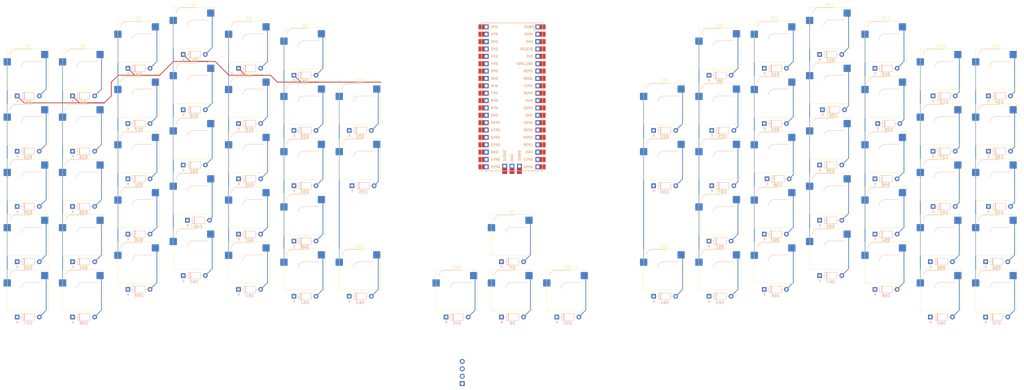
<source format=kicad_pcb>
(kicad_pcb (version 20221018) (generator pcbnew)
  (layers (0 "F.Cu" signal) (31 "B.Cu" signal) (34 "B.Paste" user) (35 "F.Paste" user) (36 "B.SilkS" user "B.Silkscreen") (37 "F.SilkS" user "F.Silkscreen") (38 "B.Mask" user) (39 "F.Mask" user) (44 "Edge.Cuts" user))
  (net 0 "")
  (net 1 "Row 0")
  (net 2 "Net-(D1-A)")
  (net 3 "Net-(D2-A)")
  (net 4 "Net-(D3-A)")
  (net 5 "Net-(D4-A)")
  (net 6 "Net-(D5-A)")
  (net 7 "Net-(D6-A)")
  (net 8 "Net-(D7-A)")
  (net 9 "Net-(D8-A)")
  (net 10 "Net-(D9-A)")
  (net 11 "Net-(D10-A)")
  (net 12 "Net-(D11-A)")
  (net 13 "Net-(D12-A)")
  (net 14 "Net-(D13-A)")
  (net 15 "Net-(D14-A)")
  (net 16 "Row 1")
  (net 17 "Net-(D15-A)")
  (net 18 "Net-(D16-A)")
  (net 19 "Net-(D17-A)")
  (net 20 "Net-(D18-A)")
  (net 21 "Net-(D19-A)")
  (net 22 "Net-(D20-A)")
  (net 23 "Net-(D21-A)")
  (net 24 "Net-(D22-A)")
  (net 25 "Net-(D23-A)")
  (net 26 "Net-(D24-A)")
  (net 27 "Net-(D25-A)")
  (net 28 "Net-(D26-A)")
  (net 29 "Net-(D27-A)")
  (net 30 "Net-(D28-A)")
  (net 31 "Row 2")
  (net 32 "Net-(D29-A)")
  (net 33 "Net-(D30-A)")
  (net 34 "Net-(D31-A)")
  (net 35 "Net-(D32-A)")
  (net 36 "Net-(D33-A)")
  (net 37 "Net-(D34-A)")
  (net 38 "Net-(D35-A)")
  (net 39 "Net-(D36-A)")
  (net 40 "Net-(D37-A)")
  (net 41 "Net-(D38-A)")
  (net 42 "Net-(D39-A)")
  (net 43 "Net-(D40-A)")
  (net 44 "Net-(D41-A)")
  (net 45 "Net-(D42-A)")
  (net 46 "Row 3")
  (net 47 "Net-(D43-A)")
  (net 48 "Net-(D44-A)")
  (net 49 "Net-(D45-A)")
  (net 50 "Net-(D46-A)")
  (net 51 "Net-(D47-A)")
  (net 52 "Net-(D48-A)")
  (net 53 "Net-(D49-A)")
  (net 54 "Net-(D50-A)")
  (net 55 "Net-(D51-A)")
  (net 56 "Net-(D52-A)")
  (net 57 "Net-(D53-A)")
  (net 58 "Net-(D54-A)")
  (net 59 "Net-(D55-A)")
  (net 60 "Net-(D56-A)")
  (net 61 "Row 4")
  (net 62 "Net-(D57-A)")
  (net 63 "Net-(D58-A)")
  (net 64 "Net-(D59-A)")
  (net 65 "Net-(D60-A)")
  (net 66 "Net-(D61-A)")
  (net 67 "Net-(D62-A)")
  (net 68 "Net-(D63-A)")
  (net 69 "Net-(D64-A)")
  (net 70 "Net-(D65-A)")
  (net 71 "Net-(D66-A)")
  (net 72 "Net-(D67-A)")
  (net 73 "Net-(D68-A)")
  (net 74 "Net-(D69-A)")
  (net 75 "Net-(D70-A)")
  (net 76 "GND")
  (net 77 "VCC")
  (net 78 "SCL")
  (net 79 "SDA")
  (net 80 "Column 0")
  (net 81 "Column 1")
  (net 82 "Column 2")
  (net 83 "Column 3")
  (net 84 "Column 4")
  (net 85 "Column 5")
  (net 86 "Column 6")
  (net 87 "Column 7")
  (net 88 "Column 8")
  (net 89 "Column 9")
  (net 90 "Column 10")
  (net 91 "Column 11")
  (net 92 "Column 12")
  (net 93 "Column 13")
  (footprint "ScottoKeebs_Hotswap:Hotswap_MX_1.00u" (layer "F.Cu") (at 16.83425 79.55625)
    (fp_text reference "S16")
    (fp_text value "Switch")
  )
  (footprint "ScottoKeebs_Hotswap:Hotswap_MX_1.00u" (layer "F.Cu") (at 331.15925 136.70625)
    (fp_text reference "S70")
    (fp_text value "Switch")
  )
  (footprint "ScottoKeebs_Hotswap:Hotswap_MX_1.00u" (layer "F.Cu") (at 73.98425 108.13125)
    (fp_text reference "S47")
    (fp_text value "Switch")
  )
  (footprint "ScottoKeebs_Hotswap:Hotswap_MX_1.00u" (layer "F.Cu") (at 274.00925 46.21875)
    (fp_text reference "S11")
    (fp_text value "Switch")
  )
  (footprint "ScottoKeebs_Hotswap:Hotswap_MX_1.00u" (layer "F.Cu") (at 235.90925 53.3625)
    (fp_text reference "S9")
    (fp_text value "Switch")
  )
  (footprint "ScottoKeebs_Hotswap:Hotswap_MX_1.00u" (layer "F.Cu") (at -2.21575 98.60625)
    (fp_text reference "S29")
    (fp_text value "Switch")
  )
  (footprint "ScottoKeebs_Hotswap:Hotswap_MX_1.00u" (layer "F.Cu") (at 235.90925 110.5125)
    (fp_text reference "S51")
    (fp_text value "Switch")
  )
  (footprint "ScottoKeebs_Hotswap:Hotswap_MX_1.00u" (layer "F.Cu") (at 293.05925 70.03125)
    (fp_text reference "S26")
    (fp_text value "Switch")
  )
  (footprint "ScottoKeebs_Hotswap:Hotswap_MX_1.00u" (layer "F.Cu") (at 312.10925 98.60625)
    (fp_text reference "S41")
    (fp_text value "Switch")
  )
  (footprint "ScottoKeebs_Hotswap:Hotswap_MX_1.00u" (layer "F.Cu") (at 112.08425 72.4125)
    (fp_text reference "S21")
    (fp_text value "Switch")
  )
  (footprint "ScottoKeebs_Hotswap:Hotswap_MX_1.00u" (layer "F.Cu") (at 93.03425 91.4625)
    (fp_text reference "S34")
    (fp_text value "Switch")
  )
  (footprint "ScottoKeebs_Hotswap:Hotswap_MX_1.00u" (layer "F.Cu") (at 216.85925 91.4625)
    (fp_text reference "S36")
    (fp_text value "Switch")
  )
  (footprint "ScottoKeebs_Hotswap:Hotswap_MX_1.00u" (layer "F.Cu") (at 145.42175 136.70625)
    (fp_text reference "S49")
    (fp_text value "Switch")
  )
  (footprint "ScottoKeebs_Hotswap:Hotswap_MX_1.00u" (layer "F.Cu") (at 331.15925 117.65625)
    (fp_text reference "S56")
    (fp_text value "Switch")
  )
  (footprint "ScottoKeebs_Hotswap:Hotswap_MX_1.00u" (layer "F.Cu") (at 35.88425 89.08125)
    (fp_text reference "S31")
    (fp_text value "Switch")
  )
  (footprint "ScottoKeebs_Hotswap:Hotswap_MX_1.00u" (layer "F.Cu") (at 54.93425 65.26875)
    (fp_text reference "S18")
    (fp_text value "Switch")
  )
  (footprint "ScottoKeebs_Hotswap:Hotswap_MX_1.00u" (layer "F.Cu") (at 254.95925 50.98125)
    (fp_text reference "S10")
    (fp_text value "Switch")
  )
  (footprint "ScottoKeebs_Hotswap:Hotswap_MX_1.00u" (layer "F.Cu") (at 112.08425 129.5625)
    (fp_text reference "S63")
    (fp_text value "Switch")
  )
  (footprint "ScottoKeebs_Hotswap:Hotswap_MX_1.00u" (layer "F.Cu") (at 183.52175 136.70625)
    (fp_text reference "S50")
    (fp_text value "Switch")
  )
  (footprint "ScottoKeebs_Hotswap:Hotswap_MX_1.00u" (layer "F.Cu") (at 254.95925 127.18125)
    (fp_text reference "S66")
    (fp_text value "Switch")
  )
  (footprint "ScottoKeebs_Hotswap:Hotswap_MX_1.00u" (layer "F.Cu") (at 293.05925 108.13125)
    (fp_text reference "S54")
    (fp_text value "Switch")
  )
  (footprint "ScottoKeebs_Hotswap:Hotswap_MX_1.00u" (layer "F.Cu") (at 93.03425 72.4125)
    (fp_text reference "S20")
    (fp_text value "Switch")
  )
  (footprint "ScottoKeebs_Components:OLED_128x32" (layer "F.Cu") (at 145.7255 159.05875)
    (fp_text reference "J1" hide)
    (fp_text value "OLED_128x32")
  )
  (footprint "ScottoKeebs_Hotswap:Hotswap_MX_1.00u" (layer "F.Cu") (at 93.03425 53.3625)
    (fp_text reference "S6")
    (fp_text value "Switch")
  )
  (footprint "ScottoKeebs_Hotswap:Hotswap_MX_1.00u" (layer "F.Cu") (at 235.90925 91.4625)
    (fp_text reference "S37")
    (fp_text value "Switch")
  )
  (footprint "ScottoKeebs_Hotswap:Hotswap_MX_1.00u" (layer "F.Cu") (at 35.88425 108.13125)
    (fp_text reference "S45")
    (fp_text value "Switch")
  )
  (footprint "ScottoKeebs_Hotswap:Hotswap_MX_1.00u" (layer "F.Cu") (at 54.93425 122.41875)
    (fp_text reference "S60")
    (fp_text value "Switch")
  )
  (footprint "ScottoKeebs_Hotswap:Hotswap_MX_1.00u" (layer "F.Cu") (at 93.03425 110.5125)
    (fp_text reference "S48")
    (fp_text value "Switch")
  )
  (footprint "ScottoKeebs_Hotswap:Hotswap_MX_1.00u" (layer "F.Cu") (at -2.21575 60.50625)
    (fp_text reference "S1")
    (fp_text value "Switch")
  )
  (footprint "ScottoKeebs_Hotswap:Hotswap_MX_1.00u" (layer "F.Cu") (at 274.00925 65.26875)
    (fp_text reference "S25")
    (fp_text value "Switch")
  )
  (footprint "ScottoKeebs_Hotswap:Hotswap_MX_1.00u" (layer "F.Cu") (at 16.83425 98.60625)
    (fp_text reference "S30")
    (fp_text value "Switch")
  )
  (footprint "ScottoKeebs_Hotswap:Hotswap_MX_1.00u" (layer "F.Cu") (at 254.95925 70.03125)
    (fp_text reference "S24")
    (fp_text value "Switch")
  )
  (footprint "ScottoKeebs_Hotswap:Hotswap_MX_1.00u" (layer "F.Cu") (at 274.00925 103.36875)
    (fp_text reference "S53")
    (fp_text value "Switch")
  )
  (footprint "ScottoKeebs_Hotswap:Hotswap_MX_1.00u" (layer "F.Cu") (at 164.47175 136.70625)
    (fp_text reference "S8")
    (fp_text value "Switch")
  )
  (footprint "ScottoKeebs_Hotswap:Hotswap_MX_1.00u" (layer "F.Cu") (at 312.10925 136.70625)
    (fp_text reference "S69")
    (fp_text value "Switch")
  )
  (footprint "ScottoKeebs_Hotswap:Hotswap_MX_1.00u" (layer "F.Cu") (at 112.08425 91.4625)
    (fp_text reference "S35")
    (fp_text value "Switch")
  )
  (footprint "ScottoKeebs_Hotswap:Hotswap_MX_1.00u" (layer "F.Cu") (at 274.00925 122.41875)
    (fp_text reference "S67")
    (fp_text value "Switch")
  )
  (footprint "ScottoKeebs_Hotswap:Hotswap_MX_1.00u" (layer "F.Cu") (at 73.98425 50.98125)
    (fp_text reference "S5")
    (fp_text value "Switch")
  )
  (footprint "ScottoKeebs_Hotswap:Hotswap_MX_1.00u" (layer "F.Cu") (at 293.05925 89.08125)
    (fp_text reference "S40")
    (fp_text value "Switch")
  )
  (footprint "ScottoKeebs_Hotswap:Hotswap_MX_1.00u" (layer "F.Cu") (at 254.95925 108.13125)
    (fp_text reference "S52")
    (fp_text value "Switch")
  )
  (footprint "ScottoKeebs_Hotswap:Hotswap_MX_1.00u" (layer "F.Cu") (at 73.98425 89.08125)
    (fp_text reference "S33")
    (fp_text value "Switch")
  )
  (footprint "ScottoKeebs_Hotswap:Hotswap_MX_1.00u" (layer "F.Cu") (at 216.85925 129.5625)
    (fp_text reference "S64")
    (fp_text value "Switch")
  )
  (footprint "ScottoKeebs_Hotswap:Hotswap_MX_1.00u" (layer "F.Cu") (at 293.05925 127.18125)
    (fp_text reference "S68")
    (fp_text value "Switch")
  )
  (footprint "ScottoKeebs_Hotswap:Hotswap_MX_1.00u" (layer "F.Cu") (at 331.15925 98.60625)
    (fp_text reference "S42")
    (fp_text value "Switch")
  )
  (footprint "ScottoKeebs_Hotswap:Hotswap_MX_1.00u" (layer "F.Cu") (at 254.95925 89.08125)
    (fp_text reference "S38")
    (fp_text value "Switch")
  )
  (footprint "ScottoKeebs_Hotswap:Hotswap_MX_1.00u" (layer "F.Cu") (at 73.98425 127.18125)
    (fp_text reference "S61")
    (fp_text value "Switch")
  )
  (footprint "ScottoKeebs_Hotswap:Hotswap_MX_1.00u" (layer "F.Cu") (at 35.88425 127.18125)
    (fp_text reference "S59")
    (fp_text value "Switch")
  )
  (footprint "ScottoKeebs_Hotswap:Hotswap_MX_1.00u" (layer "F.Cu") (at 235.90925 72.4125)
    (fp_text reference "S23")
    (fp_text value "Switch")
  )
  (footprint "ScottoKeebs_Hotswap:Hotswap_MX_1.00u" (layer "F.Cu") (at 16.83425 117.65625)
    (fp_text reference "S44")
    (fp_text value "Switch")
  )
  (footprint "ScottoKeebs_Hotswap:Hotswap_MX_1.00u" (layer "F.Cu") (at 16.83425 60.50625)
    (fp_text reference "S2")
    (fp_text value "Switch")
  )
  (footprint "ScottoKeebs_Hotswap:Hotswap_MX_1.00u" (layer "F.Cu") (at 54.93425 103.36875)
    (fp_text reference "S46")
    (fp_text value "Switch")
  )
  (footprint "ScottoKeebs_Hotswap:Hotswap_MX_1.00u" (layer "F.Cu") (at 73.98425 70.03125)
    (fp_text reference "S19")
    (fp_text value "Switch")
  )
  (footprint "ScottoKeebs_Hotswap:Hotswap_MX_1.00u" (layer "F.Cu") (at 216.85925 72.4125)
    (fp_text reference "S22")
    (fp_text value "Switch")
  )
  (footprint "ScottoKeebs_MCU:Raspberry_Pi_Pico" (layer "F.Cu") (at 164.47175 70.03125)
    (fp_text reference "U1" hide)
    (fp_text value "Raspberry_Pi_Pico" hide)
  )
  (footprint "ScottoKeebs_Hotswap:Hotswap_MX_1.00u" (layer "F.Cu") (at 164.47175 117.65625)
    (fp_text reference "S7")
    (fp_text value "Switch")
  )
  (footprint "ScottoKeebs_Hotswap:Hotswap_MX_1.00u" (layer "F.Cu") (at 331.15925 79.55625)
    (fp_text reference "S28")
    (fp_text value "Switch")
  )
  (footprint "ScottoKeebs_Hotswap:Hotswap_MX_1.00u" (layer "F.Cu") (at 54.93425 84.31875)
    (fp_text reference "S32")
    (fp_text value "Switch")
  )
  (footprint "ScottoKeebs_Hotswap:Hotswap_MX_1.00u" (layer "F.Cu") (at 93.03425 129.5625)
    (fp_text reference "S62")
    (fp_text value "Switch")
  )
  (footprint "ScottoKeebs_Hotswap:Hotswap_MX_1.00u" (layer "F.Cu") (at 293.05925 50.98125)
    (fp_text reference "S12")
    (fp_text value "Switch")
  )
  (footprint "ScottoKeebs_Hotswap:Hotswap_MX_1.00u" (layer "F.Cu") (at 235.90925 129.5625)
    (fp_text reference "S65")
    (fp_text value "Switch")
  )
  (footprint "ScottoKeebs_Hotswap:Hotswap_MX_1.00u" (layer "F.Cu") (at 54.93425 46.21875)
    (fp_text reference "S4")
    (fp_text value "Switch")
  )
  (footprint "ScottoKeebs_Hotswap:Hotswap_MX_1.00u" (layer "F.Cu") (at -2.21575 79.55625)
    (fp_text reference "S15")
    (fp_text value "Switch")
  )
  (footprint "ScottoKeebs_Hotswap:Hotswap_MX_1.00u" (layer "F.Cu") (at 35.88425 70.03125)
    (fp_text reference "S17")
    (fp_text value "Switch")
  )
  (footprint "ScottoKeebs_Hotswap:Hotswap_MX_1.00u" (layer "F.Cu") (at 312.10925 79.55625)
    (fp_text reference "S27")
    (fp_text value "Switch")
  )
  (footprint "ScottoKeebs_Hotswap:Hotswap_MX_1.00u" (layer "F.Cu") (at 274.00925 84.31875)
    (fp_text reference "S39")
    (fp_text value "Switch")
  )
  (footprint "ScottoKeebs_Hotswap:Hotswap_MX_1.00u" (layer "F.Cu") (at -2.21575 117.65625)
    (fp_text reference "S43")
    (fp_text value "Switch")
  )
  (footprint "ScottoKeebs_Hotswap:Hotswap_MX_1.00u" (layer "F.Cu") (at 312.10925 60.50625)
    (fp_text reference "S13")
    (fp_text value "Switch")
  )
  (footprint "ScottoKeebs_Hotswap:Hotswap_MX_1.00u" (layer "F.Cu") (at 16.83425 136.70625)
    (fp_text reference "S58")
    (fp_text value "Switch")
  )
  (footprint "ScottoKeebs_Hotswap:Hotswap_MX_1.00u" (layer "F.Cu") (at -2.21575 136.70625)
    (fp_text reference "S57")
    (fp_text value "Switch")
  )
  (footprint "ScottoKeebs_Hotswap:Hotswap_MX_1.00u" (layer "F.Cu") (at 331.15925 60.50625)
    (fp_text reference "S14")
    (fp_text value "Switch")
  )
  (footprint "ScottoKeebs_Hotswap:Hotswap_MX_1.00u" (layer "F.Cu") (at 35.88425 50.98125)
    (fp_text reference "S3")
    (fp_text value "Switch")
  )
  (footprint "ScottoKeebs_Hotswap:Hotswap_MX_1.00u" (layer "F.Cu") (at 312.10925 117.65625)
    (fp_text reference "S55")
    (fp_text value "Switch")
  )
  (footprint "ScottoKeebs_Components:Diode_DO-35" (layer "B.Cu") (at 51.283 74.47625)
    (fp_text reference "D18")
    (fp_text value "1N4148")
  )
  (footprint "ScottoKeebs_Components:Diode_DO-35" (layer "B.Cu") (at 232.258 138.77)
    (fp_text reference "D65")
    (fp_text value "1N4148")
  )
  (footprint "ScottoKeebs_Components:Diode_DO-35" (layer "B.Cu") (at 89.383 62.57)
    (fp_text reference "D6")
    (fp_text value "1N4148")
  )
  (footprint "ScottoKeebs_Components:Diode_DO-35" (layer "B.Cu") (at 32.233 98.28875)
    (fp_text reference "D31")
    (fp_text value "1N4148")
  )
  (footprint "ScottoKeebs_Components:Diode_DO-35" (layer "B.Cu") (at 213.208 81.62)
    (fp_text reference "D22")
    (fp_text value "1N4148")
  )
  (footprint "ScottoKeebs_Components:Diode_DO-35" (layer "B.Cu") (at 327.508 145.91375)
    (fp_text reference "D70")
    (fp_text value "1N4148")
  )
  (footprint "ScottoKeebs_Components:Diode_DO-35" (layer "B.Cu") (at 232.258 119.72)
    (fp_text reference "D51")
    (fp_text value "1N4148")
  )
  (footprint "ScottoKeebs_Components:Diode_DO-35" (layer "B.Cu") (at -5.867 145.91375)
    (fp_text reference "D57")
    (fp_text value "1N4148")
  )
  (footprint "ScottoKeebs_Components:Diode_DO-35" (layer "B.Cu") (at 251.308 79.23875)
    (fp_text reference "D24")
    (fp_text value "1N4148")
  )
  (footprint "ScottoKeebs_Components:Diode_DO-35" (layer "B.Cu") (at 13.183 107.81375)
    (fp_text reference "D30")
    (fp_text value "1N4148")
  )
  (footprint "ScottoKeebs_Components:Diode_DO-35" (layer "B.Cu") (at -5.867 69.71375)
    (fp_text reference "D1")
    (fp_text value "1N4148")
  )
  (footprint "ScottoKeebs_Components:Diode_DO-35" (layer "B.Cu") (at 233.2105 100.67)
    (fp_text reference "D37")
    (fp_text value "1N4148")
  )
  (footprint "ScottoKeebs_Components:Diode_DO-35" (layer "B.Cu") (at -5.867 126.86375)
    (fp_text reference "D43")
    (fp_text value "1N4148")
  )
  (footprint "ScottoKeebs_Components:Diode_DO-35" (layer "B.Cu") (at 271.3105 74.47625)
    (fp_text reference "D25")
    (fp_text value "1N4148")
  )
  (footprint "ScottoKeebs_Components:Diode_DO-35" (layer "B.Cu") (at 270.358 93.52625)
    (fp_text reference "D39")
    (fp_text value "1N4148")
  )
  (footprint "ScottoKeebs_Components:Diode_DO-35" (layer "B.Cu") (at 51.283 131.62625)
    (fp_text reference "D60")
    (fp_text value "1N4148")
  )
  (footprint "ScottoKeebs_Components:Diode_DO-35" (layer "B.Cu") (at 309.4105 88.76375)
    (fp_text reference "D27")
    (fp_text value "1N4148")
  )
  (footprint "ScottoKeebs_Components:Diode_DO-35" (layer "B.Cu") (at 108.433 138.77)
    (fp_text reference "D63")
    (fp_text value "1N4148")
  )
  (footprint "ScottoKeebs_Components:Diode_DO-35" (layer "B.Cu") (at 270.358 112.57625)
    (fp_text reference "D53")
    (fp_text value "1N4148")
  )
  (footprint "ScottoKeebs_Components:Diode_DO-35" (layer "B.Cu") (at 13.183 126.86375)
    (fp_text reference "D44")
    (fp_text value "1N4148")
  )
  (footprint "ScottoKeebs_Components:Diode_DO-35" (layer "B.Cu") (at 328.4605 69.71375)
    (fp_text reference "D14")
    (fp_text value "1N4148")
  )
  (footprint "ScottoKeebs_Components:Diode_DO-35" (layer "B.Cu") (at 70.333 98.28875)
    (fp_text reference "D33")
    (fp_text value "1N4148")
  )
  (footprint "ScottoKeebs_Components:Diode_DO-35" (layer "B.Cu") (at 32.233 117.33875)
    (fp_text reference "D45")
    (fp_text value "1N4148")
  )
  (footprint "ScottoKeebs_Components:Diode_DO-35" (layer "B.Cu") (at 270.358 55.42625)
    (fp_text reference "D11")
    (fp_text value "1N4148")
  )
  (footprint "ScottoKeebs_Components:Diode_DO-35" (layer "B.Cu") (at 32.233 136.38875)
    (fp_text reference "D59")
    (fp_text value "1N4148")
  )
  (footprint "ScottoKeebs_Components:Diode_DO-35" (layer "B.Cu") (at 213.208 138.77)
    (fp_text reference "D64")
    (fp_text value "1N4148")
  )
  (footprint "ScottoKeebs_Components:Diode_DO-35" (layer "B.Cu") (at 213.208 100.67)
    (fp_text reference "D36")
    (fp_text value "1N4148")
  )
  (footprint "ScottoKeebs_Components:Diode_DO-35" (layer "B.Cu") (at 13.183 69.71375)
    (fp_text reference "D2")
    (fp_text value "1N4148")
  )
  (footprint "ScottoKeebs_Components:Diode_DO-35" (layer "B.Cu") (at 233.2105 81.62)
    (fp_text reference "D23")
    (fp_text value "1N4148")
  )
  (footprint "ScottoKeebs_Components:Diode_DO-35" (layer "B.Cu") (at 309.4105 107.81375)
    (fp_text reference "D41")
    (fp_text value "1N4148")
  )
  (footprint "ScottoKeebs_Components:Diode_DO-35" (layer "B.Cu") (at 289.408 98.28875)
    (fp_text reference "D40")
    (fp_text value "1N4148")
  )
  (footprint "ScottoKeebs_Components:Diode_DO-35" (layer "B.Cu") (at 160.8205 126.86375)
    (fp_text reference "D7")
    (fp_text value "1N4148")
  )
  (footprint "ScottoKeebs_Components:Diode_DO-35" (layer "B.Cu") (at 308.458 145.91375)
    (fp_text reference "D69")
    (fp_text value "1N4148")
  )
  (footprint "ScottoKeebs_Components:Diode_DO-35" (layer "B.Cu") (at 179.8705 145.91375)
    (fp_text reference "D50")
    (fp_text value "1N4148")
  )
  (footprint "ScottoKeebs_Components:Diode_DO-35" (layer "B.Cu") (at 160.8205 145.91375)
    (fp_text reference "D8")
    (fp_text value "1N4148")
  )
  (footprint "ScottoKeebs_Components:Diode_DO-35" (layer "B.Cu") (at 70.333 60.18875)
    (fp_text reference "D5")
    (fp_text value "1N4148")
  )
  (footprint "ScottoKeebs_Components:Diode_DO-35" (layer "B.Cu") (at 51.283 55.42625)
    (fp_text reference "D4")
    (fp_text value "1N4148")
  )
  (footprint "ScottoKeebs_Components:Diode_DO-35" (layer "B.Cu") (at 309.4105 69.71375)
    (fp_text reference "D13")
    (fp_text value "1N4148")
  )
  (footprint "ScottoKeebs_Components:Diode_DO-35" (layer "B.Cu") (at 270.358 131.62625)
    (fp_text reference "D67")
    (fp_text value "1N4148")
  )
  (footprint "ScottoKeebs_Components:Diode_DO-35" (layer "B.Cu") (at 289.408 117.33875)
    (fp_text reference "D54")
    (fp_text value "1N4148")
  )
  (footprint "ScottoKeebs_Components:Diode_DO-35" (layer "B.Cu") (at 328.4605 107.81375)
    (fp_text reference "D42")
    (fp_text value "1N4148")
  )
  (footprint "ScottoKeebs_Components:Diode_DO-35" (layer "B.Cu") (at 13.183 145.91375)
    (fp_text reference "D58")
    (fp_text value "1N4148")
  )
  (footprint "ScottoKeebs_Components:Diode_DO-35" (layer "B.Cu") (at 327.508 126.86375)
    (fp_text reference "D56")
    (fp_text value "1N4148")
  )
  (footprint "ScottoKeebs_Components:Diode_DO-35" (layer "B.Cu") (at 251.308 136.38875)
    (fp_text reference "D66")
    (fp_text value "1N4148")
  )
  (footprint "ScottoKeebs_Components:Diode_DO-35" (layer "B.Cu") (at 70.333 79.23875)
    (fp_text reference "D19")
    (fp_text value "1N4148")
  )
  (footprint "ScottoKeebs_Components:Diode_DO-35" (layer "B.Cu") (at 108.433 81.62)
    (fp_text reference "D21")
    (fp_text value "1N4148")
  )
  (footprint "ScottoKeebs_Components:Diode_DO-35" (layer "B.Cu") (at 109.3855 100.67)
    (fp_text reference "D35")
    (fp_text value "1N4148")
  )
  (footprint "ScottoKeebs_Components:Diode_DO-35" (layer "B.Cu") (at 70.333 117.33875)
    (fp_text reference "D47")
    (fp_text value "1N4148")
  )
  (footprint "ScottoKeebs_Components:Diode_DO-35" (layer "B.Cu") (at 289.408 136.38875)
    (fp_text reference "D68")
    (fp_text value "1N4148")
  )
  (footprint "ScottoKeebs_Components:Diode_DO-35" (layer "B.Cu") (at 70.333 136.38875)
    (fp_text reference "D61")
    (fp_text value "1N4148")
  )
  (footprint "ScottoKeebs_Components:Diode_DO-35" (layer "B.Cu") (at 290.3605 79.23875)
    (fp_text reference "D26")
    (fp_text value "1N4148")
  )
  (footprint "ScottoKeebs_Components:Diode_DO-35" (layer "B.Cu") (at 32.233 79.23875)
    (fp_text reference "D17")
    (fp_text value "1N4148")
  )
  (footprint "ScottoKeebs_Components:Diode_DO-35" (layer "B.Cu") (at 89.383 100.67)
    (fp_text reference "D34")
    (fp_text value "1N4148")
  )
  (footprint "ScottoKeebs_Components:Diode_DO-35" (layer "B.Cu") (at 51.283 93.52625)
    (fp_text reference "D32")
    (fp_text value "1N4148")
  )
  (footprint "ScottoKeebs_Components:Diode_DO-35" (layer "B.Cu") (at 89.383 119.72)
    (fp_text reference "D48")
    (fp_text value "1N4148")
  )
  (footprint "ScottoKeebs_Components:Diode_DO-35" (layer "B.Cu") (at 89.383 138.77)
    (fp_text reference "D62")
    (fp_text value "1N4148")
  )
  (footprint "ScottoKeebs_Components:Diode_DO-35" (layer "B.Cu") (at 289.408 60.18875)
    (fp_text reference "D12")
    (fp_text value "1N4148")
  )
  (footprint "ScottoKeebs_Components:Diode_DO-35" (layer "B.Cu") (at 32.233 60.18875)
    (fp_text reference "D3")
    (fp_text value "1N4148")
  )
  (footprint "ScottoKeebs_Components:Diode_DO-35" (layer "B.Cu") (at 52.71175 112.57625)
    (fp_text reference "D46")
    (fp_text value "1N4148")
  )
  (footprint "ScottoKeebs_Components:Diode_DO-35" (layer "B.Cu") (at 141.7705 145.91375)
    (fp_text reference "D49")
    (fp_text value "1N4148")
  )
  (footprint "ScottoKeebs_Components:Diode_DO-35" (layer "B.Cu") (at -5.867 88.76375)
    (fp_text reference "D15")
    (fp_text value "1N4148")
  )
  (footprint "ScottoKeebs_Components:Diode_DO-35" (layer "B.Cu") (at 252.2605 98.28875)
    (fp_text reference "D38")
    (fp_text value "1N4148")
  )
  (footprint "ScottoKeebs_Components:Diode_DO-35" (layer "B.Cu") (at 232.258 62.57)
    (fp_text reference "D9")
    (fp_text value "1N4148")
  )
  (footprint "ScottoKeebs_Components:Diode_DO-35" (layer "B.Cu") (at 251.308 60.18875)
    (fp_text reference "D10")
    (fp_text value "1N4148")
  )
  (footprint "ScottoKeebs_Components:Diode_DO-35" (layer "B.Cu") (at 13.183 88.76375)
    (fp_text reference "D16")
    (fp_text value "1N4148")
  )
  (footprint "ScottoKeebs_Components:Diode_DO-35" (layer "B.Cu") (at 89.383 81.62)
    (fp_text reference "D20")
    (fp_text value "1N4148")
  )
  (footprint "ScottoKeebs_Components:Diode_DO-35" (layer "B.Cu") (at 308.458 126.86375)
    (fp_text reference "D55")
    (fp_text value "1N4148")
  )
  (footprint "ScottoKeebs_Components:Diode_DO-35" (layer "B.Cu") (at 328.4605 88.76375)
    (fp_text reference "D28")
    (fp_text value "1N4148")
  )
  (footprint "ScottoKeebs_Components:Diode_DO-35" (layer "B.Cu") (at 251.308 117.33875)
    (fp_text reference "D52")
    (fp_text value "1N4148")
  )
  (footprint "ScottoKeebs_Components:Diode_DO-35" (layer "B.Cu") (at -5.867 107.81375)
    (fp_text reference "D29")
    (fp_text value "1N4148")
  )
  (segment (start 51.283 55.42625) (end 53.66425 57.8075) (width 0.25) (layer "F.Cu") (net 1))
  (segment (start 59.8555 57.8075) (end 62.23675 57.8075) (width 0.25) (layer "F.Cu") (net 1))
  (segment (start 78.9055 62.57) (end 81.28675 62.57) (width 0.25) (layer "F.Cu") (net 1))
  (segment (start 89.383 62.57) (end 91.76425 64.95125) (width 0.25) (layer "F.Cu") (net 1))
  (segment (start 47.94925 57.8075) (end 59.8555 57.8075) (width 0.25) (layer "F.Cu") (net 1))
  (segment (start 32.233 60.18875) (end 34.61425 62.57) (width 0.25) (layer "F.Cu") (net 1))
  (segment (start 97.9555 64.95125) (end 119.38675 64.95125) (width 0.25) (layer "F.Cu") (net 1))
  (segment (start 53.66425 57.8075) (end 59.8555 57.8075) (width 0.25) (layer "F.Cu") (net 1))
  (segment (start 70.333 60.18875) (end 72.71425 62.57) (width 0.25) (layer "F.Cu") (net 1))
  (segment (start 43.18675 62.57) (end 47.94925 57.8075) (width 0.25) (layer "F.Cu") (net 1))
  (segment (start 34.61425 62.57) (end 43.18675 62.57) (width 0.25) (layer "F.Cu") (net 1))
  (segment (start 72.71425 62.57) (end 78.9055 62.57) (width 0.25) (layer "F.Cu") (net 1))
  (segment (start 26.518 64.95125) (end 28.89925 62.57) (width 0.25) (layer "F.Cu") (net 1))
  (segment (start 26.518 69.71375) (end 26.518 64.95125) (width 0.25) (layer "F.Cu") (net 1))
  (segment (start 15.56425 72.095) (end 24.13675 72.095) (width 0.25) (layer "F.Cu") (net 1))
  (segment (start 62.23675 57.8075) (end 66.99925 62.57) (width 0.25) (layer "F.Cu") (net 1))
  (segment (start 81.28675 62.57) (end 83.668 64.95125) (width 0.25) (layer "F.Cu") (net 1))
  (segment (start 13.183 69.71375) (end 15.56425 72.095) (width 0.25) (layer "F.Cu") (net 1))
  (segment (start 24.13675 72.095) (end 26.518 69.71375) (width 0.25) (layer "F.Cu") (net 1))
  (segment (start 83.668 64.95125) (end 97.9555 64.95125) (width 0.25) (layer "F.Cu") (net 1))
  (segment (start -3.48575 72.095) (end 24.13675 72.095) (width 0.25) (layer "F.Cu") (net 1))
  (segment (start 66.99925 62.57) (end 78.9055 62.57) (width 0.25) (layer "F.Cu") (net 1))
  (segment (start 91.76425 64.95125) (end 97.9555 64.95125) (width 0.25) (layer "F.Cu") (net 1))
  (segment (start -5.867 69.71375) (end -3.48575 72.095) (width 0.25) (layer "F.Cu") (net 1))
  (segment (start 28.89925 62.57) (end 43.18675 62.57) (width 0.25) (layer "F.Cu") (net 1))
  (segment (start 3.62625 55.42625) (end 4.11425 55.91425) (width 0.25) (layer "B.Cu") (net 2))
  (segment (start 4.11425 55.91425) (end 4.11425 67.3525) (width 0.25) (layer "B.Cu") (net 2))
  (segment (start 4.11425 67.3525) (end 1.753 69.71375) (width 0.25) (layer "B.Cu") (net 2))
  (segment (start 23.16425 55.91425) (end 23.16425 67.3525) (width 0.25) (layer "B.Cu") (net 3))
  (segment (start 23.16425 67.3525) (end 20.803 69.71375) (width 0.25) (layer "B.Cu") (net 3))
  (segment (start 22.67625 55.42625) (end 23.16425 55.91425) (width 0.25) (layer "B.Cu") (net 3))
  (segment (start 42.21425 57.8275) (end 39.853 60.18875) (width 0.25) (layer "B.Cu") (net 4))
  (segment (start 41.72625 45.90125) (end 42.21425 46.38925) (width 0.25) (layer "B.Cu") (net 4))
  (segment (start 42.21425 46.38925) (end 42.21425 57.8275) (width 0.25) (layer "B.Cu") (net 4))
  (segment (start 61.26425 41.62675) (end 61.26425 53.065) (width 0.25) (layer "B.Cu") (net 5))
  (segment (start 61.26425 53.065) (end 58.903 55.42625) (width 0.25) (layer "B.Cu") (net 5))
  (segment (start 60.77625 41.13875) (end 61.26425 41.62675) (width 0.25) (layer "B.Cu") (net 5))
  (segment (start 80.31425 46.38925) (end 80.31425 57.8275) (width 0.25) (layer "B.Cu") (net 6))
  (segment (start 79.82625 45.90125) (end 80.31425 46.38925) (width 0.25) (layer "B.Cu") (net 6))
  (segment (start 80.31425 57.8275) (end 77.953 60.18875) (width 0.25) (layer "B.Cu") (net 6))
  (segment (start 99.36425 60.20875) (end 97.003 62.57) (width 0.25) (layer "B.Cu") (net 7))
  (segment (start 98.87625 48.2825) (end 99.36425 48.7705) (width 0.25) (layer "B.Cu") (net 7))
  (segment (start 99.36425 48.7705) (end 99.36425 60.20875) (width 0.25) (layer "B.Cu") (net 7))
  (segment (start 170.80175 113.06425) (end 170.80175 124.5025) (width 0.25) (layer "B.Cu") (net 8))
  (segment (start 170.31375 112.57625) (end 170.80175 113.06425) (width 0.25) (layer "B.Cu") (net 8))
  (segment (start 170.80175 124.5025) (end 168.4405 126.86375) (width 0.25) (layer "B.Cu") (net 8))
  (segment (start 170.80175 143.5525) (end 168.4405 145.91375) (width 0.25) (layer "B.Cu") (net 9))
  (segment (start 170.31375 131.62625) (end 170.80175 132.11425) (width 0.25) (layer "B.Cu") (net 9))
  (segment (start 170.80175 132.11425) (end 170.80175 143.5525) (width 0.25) (layer "B.Cu") (net 9))
  (segment (start 242.23925 48.7705) (end 242.23925 60.20875) (width 0.25) (layer "B.Cu") (net 10))
  (segment (start 241.75125 48.2825) (end 242.23925 48.7705) (width 0.25) (layer "B.Cu") (net 10))
  (segment (start 242.23925 60.20875) (end 239.878 62.57) (width 0.25) (layer "B.Cu") (net 10))
  (segment (start 261.28925 46.38925) (end 261.28925 57.8275) (width 0.25) (layer "B.Cu") (net 11))
  (segment (start 261.28925 57.8275) (end 258.928 60.18875) (width 0.25) (layer "B.Cu") (net 11))
  (segment (start 260.80125 45.90125) (end 261.28925 46.38925) (width 0.25) (layer "B.Cu") (net 11))
  (segment (start 279.85125 41.13875) (end 280.33925 41.62675) (width 0.25) (layer "B.Cu") (net 12))
  (segment (start 280.33925 53.065) (end 277.978 55.42625) (width 0.25) (layer "B.Cu") (net 12))
  (segment (start 280.33925 41.62675) (end 280.33925 53.065) (width 0.25) (layer "B.Cu") (net 12))
  (segment (start 298.90125 45.90125) (end 299.38925 46.38925) (width 0.25) (layer "B.Cu") (net 13))
  (segment (start 299.38925 46.38925) (end 299.38925 57.8275) (width 0.25) (layer "B.Cu") (net 13))
  (segment (start 299.38925 57.8275) (end 297.028 60.18875) (width 0.25) (layer "B.Cu") (net 13))
  (segment (start 317.95125 55.42625) (end 318.43925 55.91425) (width 0.25) (layer "B.Cu") (net 14))
  (segment (start 318.43925 55.91425) (end 318.43925 68.305) (width 0.25) (layer "B.Cu") (net 14))
  (segment (start 318.43925 68.305) (end 317.0305 69.71375) (width 0.25) (layer "B.Cu") (net 14))
  (segment (start 337.48925 68.305) (end 336.0805 69.71375) (width 0.25) (layer "B.Cu") (net 15))
  (segment (start 337.48925 55.91425) (end 337.48925 68.305) (width 0.25) (layer "B.Cu") (net 15))
  (segment (start 337.00125 55.42625) (end 337.48925 55.91425) (width 0.25) (layer "B.Cu") (net 15))
  (segment (start 3.62625 74.47625) (end 4.11425 74.96425) (width 0.25) (layer "B.Cu") (net 17))
  (segment (start 4.11425 86.4025) (end 1.753 88.76375) (width 0.25) (layer "B.Cu") (net 17))
  (segment (start 4.11425 74.96425) (end 4.11425 86.4025) (width 0.25) (layer "B.Cu") (net 17))
  (segment (start 23.16425 74.96425) (end 23.16425 86.4025) (width 0.25) (layer "B.Cu") (net 18))
  (segment (start 22.67625 74.47625) (end 23.16425 74.96425) (width 0.25) (layer "B.Cu") (net 18))
  (segment (start 23.16425 86.4025) (end 20.803 88.76375) (width 0.25) (layer "B.Cu") (net 18))
  (segment (start 41.72625 64.95125) (end 42.21425 65.43925) (width 0.25) (layer "B.Cu") (net 19))
  (segment (start 42.21425 65.43925) (end 42.21425 76.8775) (width 0.25) (layer "B.Cu") (net 19))
  (segment (start 42.21425 76.8775) (end 39.853 79.23875) (width 0.25) (layer "B.Cu") (net 19))
  (segment (start 60.77625 60.18875) (end 61.26425 60.67675) (width 0.25) (layer "B.Cu") (net 20))
  (segment (start 61.26425 72.115) (end 58.903 74.47625) (width 0.25) (layer "B.Cu") (net 20))
  (segment (start 61.26425 60.67675) (end 61.26425 72.115) (width 0.25) (layer "B.Cu") (net 20))
  (segment (start 80.31425 65.43925) (end 80.31425 76.8775) (width 0.25) (layer "B.Cu") (net 21))
  (segment (start 80.31425 76.8775) (end 77.953 79.23875) (width 0.25) (layer "B.Cu") (net 21))
  (segment (start 79.82625 64.95125) (end 80.31425 65.43925) (width 0.25) (layer "B.Cu") (net 21))
  (segment (start 99.36425 79.25875) (end 97.003 81.62) (width 0.25) (layer "B.Cu") (net 22))
  (segment (start 99.36425 67.8205) (end 99.36425 79.25875) (width 0.25) (layer "B.Cu") (net 22))
  (segment (start 98.87625 67.3325) (end 99.36425 67.8205) (width 0.25) (layer "B.Cu") (net 22))
  (segment (start 118.41425 79.25875) (end 116.053 81.62) (width 0.25) (layer "B.Cu") (net 23))
  (segment (start 117.92625 67.3325) (end 118.41425 67.8205) (width 0.25) (layer "B.Cu") (net 23))
  (segment (start 118.41425 67.8205) (end 118.41425 79.25875) (width 0.25) (layer "B.Cu") (net 23))
  (segment (start 223.18925 79.25875) (end 220.828 81.62) (width 0.25) (layer "B.Cu") (net 24))
  (segment (start 222.70125 67.3325) (end 223.18925 67.8205) (width 0.25) (layer "B.Cu") (net 24))
  (segment (start 223.18925 67.8205) (end 223.18925 79.25875) (width 0.25) (layer "B.Cu") (net 24))
  (segment (start 242.23925 67.8205) (end 242.23925 80.21125) (width 0.25) (layer "B.Cu") (net 25))
  (segment (start 242.23925 80.21125) (end 240.8305 81.62) (width 0.25) (layer "B.Cu") (net 25))
  (segment (start 241.75125 67.3325) (end 242.23925 67.8205) (width 0.25) (layer "B.Cu") (net 25))
  (segment (start 261.28925 65.43925) (end 261.28925 76.8775) (width 0.25) (layer "B.Cu") (net 26))
  (segment (start 261.28925 76.8775) (end 258.928 79.23875) (width 0.25) (layer "B.Cu") (net 26))
  (segment (start 260.80125 64.95125) (end 261.28925 65.43925) (width 0.25) (layer "B.Cu") (net 26))
  (segment (start 280.33925 60.67675) (end 280.33925 73.0675) (width 0.25) (layer "B.Cu") (net 27))
  (segment (start 279.85125 60.18875) (end 280.33925 60.67675) (width 0.25) (layer "B.Cu") (net 27))
  (segment (start 280.33925 73.0675) (end 278.9305 74.47625) (width 0.25) (layer "B.Cu") (net 27))
  (segment (start 299.38925 65.43925) (end 299.38925 77.83) (width 0.25) (layer "B.Cu") (net 28))
  (segment (start 298.90125 64.95125) (end 299.38925 65.43925) (width 0.25) (layer "B.Cu") (net 28))
  (segment (start 299.38925 77.83) (end 297.9805 79.23875) (width 0.25) (layer "B.Cu") (net 28))
  (segment (start 318.43925 87.355) (end 317.0305 88.76375) (width 0.25) (layer "B.Cu") (net 29))
  (segment (start 318.43925 74.96425) (end 318.43925 87.355) (width 0.25) (layer "B.Cu") (net 29))
  (segment (start 317.95125 74.47625) (end 318.43925 74.96425) (width 0.25) (layer "B.Cu") (net 29))
  (segment (start 337.48925 74.96425) (end 337.48925 87.355) (width 0.25) (layer "B.Cu") (net 30))
  (segment (start 337.00125 74.47625) (end 337.48925 74.96425) (width 0.25) (layer "B.Cu") (net 30))
  (segment (start 337.48925 87.355) (end 336.0805 88.76375) (width 0.25) (layer "B.Cu") (net 30))
  (segment (start 3.62625 93.52625) (end 4.11425 94.01425) (width 0.25) (layer "B.Cu") (net 32))
  (segment (start 4.11425 105.4525) (end 1.753 107.81375) (width 0.25) (layer "B.Cu") (net 32))
  (segment (start 4.11425 94.01425) (end 4.11425 105.4525) (width 0.25) (layer "B.Cu") (net 32))
  (segment (start 22.67625 93.52625) (end 23.16425 94.01425) (width 0.25) (layer "B.Cu") (net 33))
  (segment (start 23.16425 105.4525) (end 20.803 107.81375) (width 0.25) (layer "B.Cu") (net 33))
  (segment (start 23.16425 94.01425) (end 23.16425 105.4525) (width 0.25) (layer "B.Cu") (net 33))
  (segment (start 41.72625 84.00125) (end 42.21425 84.48925) (width 0.25) (layer "B.Cu") (net 34))
  (segment (start 42.21425 84.48925) (end 42.21425 95.9275) (width 0.25) (layer "B.Cu") (net 34))
  (segment (start 42.21425 95.9275) (end 39.853 98.28875) (width 0.25) (layer "B.Cu") (net 34))
  (segment (start 60.77625 79.23875) (end 61.26425 79.72675) (width 0.25) (layer "B.Cu") (net 35))
  (segment (start 61.26425 79.72675) (end 61.26425 91.165) (width 0.25) (layer "B.Cu") (net 35))
  (segment (start 61.26425 91.165) (end 58.903 93.52625) (width 0.25) (layer "B.Cu") (net 35))
  (segment (start 80.31425 95.9275) (end 77.953 98.28875) (width 0.25) (layer "B.Cu") (net 36))
  (segment (start 80.31425 84.48925) (end 80.31425 95.9275) (width 0.25) (layer "B.Cu") (net 36))
  (segment (start 79.82625 84.00125) (end 80.31425 84.48925) (width 0.25) (layer "B.Cu") (net 36))
  (segment (start 98.87625 86.3825) (end 99.36425 86.8705) (width 0.25) (layer "B.Cu") (net 37))
  (segment (start 99.36425 98.30875) (end 97.003 100.67) (width 0.25) (layer "B.Cu") (net 37))
  (segment (start 99.36425 86.8705) (end 99.36425 98.30875) (width 0.25) (layer "B.Cu") (net 37))
  (segment (start 117.92625 86.3825) (end 118.41425 86.8705) (width 0.25) (layer "B.Cu") (net 38))
  (segment (start 118.41425 86.8705) (end 118.41425 99.26125) (width 0.25) (layer "B.Cu") (net 38))
  (segment (start 118.41425 99.26125) (end 117.0055 100.67) (width 0.25) (layer "B.Cu") (net 38))
  (segment (start 223.18925 86.8705) (end 223.18925 98.30875) (width 0.25) (layer "B.Cu") (net 39))
  (segment (start 222.70125 86.3825) (end 223.18925 86.8705) (width 0.25) (layer "B.Cu") (net 39))
  (segment (start 223.18925 98.30875) (end 220.828 100.67) (width 0.25) (layer "B.Cu") (net 39))
  (segment (start 242.23925 99.26125) (end 240.8305 100.67) (width 0.25) (layer "B.Cu") (net 40))
  (segment (start 242.23925 86.8705) (end 242.23925 99.26125) (width 0.25) (layer "B.Cu") (net 40))
  (segment (start 241.75125 86.3825) (end 242.23925 86.8705) (width 0.25) (layer "B.Cu") (net 40))
  (segment (start 261.28925 84.48925) (end 261.28925 96.88) (width 0.25) (layer "B.Cu") (net 41))
  (segment (start 261.28925 96.88) (end 259.8805 98.28875) (width 0.25) (layer "B.Cu") (net 41))
  (segment (start 260.80125 84.00125) (end 261.28925 84.48925) (width 0.25) (layer "B.Cu") (net 41))
  (segment (start 280.33925 79.72675) (end 280.33925 91.165) (width 0.25) (layer "B.Cu") (net 42))
  (segment (start 279.85125 79.23875) (end 280.33925 79.72675) (width 0.25) (layer "B.Cu") (net 42))
  (segment (start 280.33925 91.165) (end 277.978 93.52625) (width 0.25) (layer "B.Cu") (net 42))
  (segment (start 299.38925 84.48925) (end 299.38925 95.9275) (width 0.25) (layer "B.Cu") (net 43))
  (segment (start 299.38925 95.9275) (end 297.028 98.28875) (width 0.25) (layer "B.Cu") (net 43))
  (segment (start 298.90125 84.00125) (end 299.38925 84.48925) (width 0.25) (layer "B.Cu") (net 43))
  (segment (start 318.43925 94.01425) (end 318.43925 106.405) (width 0.25) (layer "B.Cu") (net 44))
  (segment (start 318.43925 106.405) (end 317.0305 107.81375) (width 0.25) (layer "B.Cu") (net 44))
  (segment (start 317.95125 93.52625) (end 318.43925 94.01425) (width 0.25) (layer "B.Cu") (net 44))
  (segment (start 337.48925 94.01425) (end 337.48925 106.405) (width 0.25) (layer "B.Cu") (net 45))
  (segment (start 337.00125 93.52625) (end 337.48925 94.01425) (width 0.25) (layer "B.Cu") (net 45))
  (segment (start 337.48925 106.405) (end 336.0805 107.81375) (width 0.25) (layer "B.Cu") (net 45))
  (segment (start 4.11425 124.5025) (end 1.753 126.86375) (width 0.25) (layer "B.Cu") (net 47))
  (segment (start 3.62625 112.57625) (end 4.11425 113.06425) (width 0.25) (layer "B.Cu") (net 47))
  (segment (start 4.11425 113.06425) (end 4.11425 124.5025) (width 0.25) (layer "B.Cu") (net 47))
  (segment (start 23.16425 113.06425) (end 23.16425 124.5025) (width 0.25) (layer "B.Cu") (net 48))
  (segment (start 23.16425 124.5025) (end 20.803 126.86375) (width 0.25) (layer "B.Cu") (net 48))
  (segment (start 22.67625 112.57625) (end 23.16425 113.06425) (width 0.25) (layer "B.Cu") (net 48))
  (segment (start 41.72625 103.05125) (end 42.21425 103.53925) (width 0.25) (layer "B.Cu") (net 49))
  (segment (start 42.21425 103.53925) (end 42.21425 114.9775) (width 0.25) (layer "B.Cu") (net 49))
  (segment (start 42.21425 114.9775) (end 39.853 117.33875) (width 0.25) (layer "B.Cu") (net 49))
  (segment (start 61.26425 111.64375) (end 60.33175 112.57625) (width 0.25) (layer "B.Cu") (net 50))
  (segment (start 60.77625 98.28875) (end 61.26425 98.77675) (width 0.25) (layer "B.Cu") (net 50))
  (segment (start 61.26425 98.77675) (end 61.26425 111.64375) (width 0.25) (layer "B.Cu") (net 50))
  (segment (start 79.82625 103.05125) (end 80.31425 103.53925) (width 0.25) (layer "B.Cu") (net 51))
  (segment (start 80.31425 114.9775) (end 77.953 117.33875) (width 0.25) (layer "B.Cu") (net 51))
  (segment (start 80.31425 103.53925) (end 80.31425 114.9775) (width 0.25) (layer "B.Cu") (net 51))
  (segment (start 99.36425 117.35875) (end 97.003 119.72) (width 0.25) (layer "B.Cu") (net 52))
  (segment (start 98.87625 105.4325) (end 99.36425 105.9205) (width 0.25) (layer "B.Cu") (net 52))
  (segment (start 99.36425 105.9205) (end 99.36425 117.35875) (width 0.25) (layer "B.Cu") (net 52))
  (segment (start 151.75175 132.11425) (end 151.75175 143.5525) (width 0.25) (layer "B.Cu") (net 53))
  (segment (start 151.26375 131.62625) (end 151.75175 132.11425) (width 0.25) (layer "B.Cu") (net 53))
  (segment (start 151.75175 143.5525) (end 149.3905 145.91375) (width 0.25) (layer "B.Cu") (net 53))
  (segment (start 189.85175 143.5525) (end 187.4905 145.91375) (width 0.25) (layer "B.Cu") (net 54))
  (segment (start 189.85175 132.11425) (end 189.85175 143.5525) (width 0.25) (layer "B.Cu") (net 54))
  (segment (start 189.36375 131.62625) (end 189.85175 132.11425) (width 0.25) (layer "B.Cu") (net 54))
  (segment (start 242.23925 105.9205) (end 242.23925 117.35875) (width 0.25) (layer "B.Cu") (net 55))
  (segment (start 242.23925 117.35875) (end 239.878 119.72) (width 0.25) (layer "B.Cu") (net 55))
  (segment (start 241.75125 105.4325) (end 242.23925 105.9205) (width 0.25) (layer "B.Cu") (net 55))
  (segment (start 261.28925 114.9775) (end 258.928 117.33875) (width 0.25) (layer "B.Cu") (net 56))
  (segment (start 260.80125 103.05125) (end 261.28925 103.53925) (width 0.25) (layer "B.Cu") (net 56))
  (segment (start 261.28925 103.53925) (end 261.28925 114.9775) (width 0.25) (layer "B.Cu") (net 56))
  (segment (start 280.33925 110.215) (end 277.978 112.57625) (width 0.25) (layer "B.Cu") (net 57))
  (segment (start 280.33925 98.77675) (end 280.33925 110.215) (width 0.25) (layer "B.Cu") (net 57))
  (segment (start 279.85125 98.28875) (end 280.33925 98.77675) (width 0.25) (layer "B.Cu") (net 57))
  (segment (start 299.38925 103.53925) (end 299.38925 114.9775) (width 0.25) (layer "B.Cu") (net 58))
  (segment (start 299.38925 114.9775) (end 297.028 117.33875) (width 0.25) (layer "B.Cu") (net 58))
  (segment (start 298.90125 103.05125) (end 299.38925 103.53925) (width 0.25) (layer "B.Cu") (net 58))
  (segment (start 318.43925 124.5025) (end 316.078 126.86375) (width 0.25) (layer "B.Cu") (net 59))
  (segment (start 318.43925 113.06425) (end 318.43925 124.5025) (width 0.25) (layer "B.Cu") (net 59))
  (segment (start 317.95125 112.57625) (end 318.43925 113.06425) (width 0.25) (layer "B.Cu") (net 59))
  (segment (start 337.48925 124.5025) (end 335.128 126.86375) (width 0.25) (layer "B.Cu") (net 60))
  (segment (start 337.00125 112.57625) (end 337.48925 113.06425) (width 0.25) (layer "B.Cu") (net 60))
  (segment (start 337.48925 113.06425) (end 337.48925 124.5025) (width 0.25) (layer "B.Cu") (net 60))
  (segment (start 4.11425 132.11425) (end 4.11425 143.5525) (width 0.25) (layer "B.Cu") (net 62))
  (segment (start 4.11425 143.5525) (end 1.753 145.91375) (width 0.25) (layer "B.Cu") (net 62))
  (segment (start 3.62625 131.62625) (end 4.11425 132.11425) (width 0.25) (layer "B.Cu") (net 62))
  (segment (start 22.67625 131.62625) (end 23.16425 132.11425) (width 0.25) (layer "B.Cu") (net 63))
  (segment (start 23.16425 143.5525) (end 20.803 145.91375) (width 0.25) (layer "B.Cu") (net 63))
  (segment (start 23.16425 132.11425) (end 23.16425 143.5525) (width 0.25) (layer "B.Cu") (net 63))
  (segment (start 42.21425 134.0275) (end 39.853 136.38875) (width 0.25) (layer "B.Cu") (net 64))
  (segment (start 41.72625 122.10125) (end 42.21425 122.58925) (width 0.25) (layer "B.Cu") (net 64))
  (segment (start 42.21425 122.58925) (end 42.21425 134.0275) (width 0.25) (layer "B.Cu") (net 64))
  (segment (start 61.26425 117.82675) (end 61.26425 129.265) (width 0.25) (layer "B.Cu") (net 65))
  (segment (start 61.26425 129.265) (end 58.903 131.62625) (width 0.25) (layer "B.Cu") (net 65))
  (segment (start 60.77625 117.33875) (end 61.26425 117.82675) (width 0.25) (layer "B.Cu") (net 65))
  (segment (start 80.31425 122.58925) (end 80.31425 134.0275) (width 0.25) (layer "B.Cu") (net 66))
  (segment (start 80.31425 134.0275) (end 77.953 136.38875) (width 0.25) (layer "B.Cu") (net 66))
  (segment (start 79.82625 122.10125) (end 80.31425 122.58925) (width 0.25) (layer "B.Cu") (net 66))
  (segment (start 98.87625 124.4825) (end 99.36425 124.9705) (width 0.25) (layer "B.Cu") (net 67))
  (segment (start 99.36425 136.40875) (end 97.003 138.77) (width 0.25) (layer "B.Cu") (net 67))
  (segment (start 99.36425 124.9705) (end 99.36425 136.40875) (width 0.25) (layer "B.Cu") (net 67))
  (segment (start 118.41425 136.40875) (end 116.053 138.77) (width 0.25) (layer "B.Cu") (net 68))
  (segment (start 117.92625 124.4825) (end 118.41425 124.9705) (width 0.25) (layer "B.Cu") (net 68))
  (segment (start 118.41425 124.9705) (end 118.41425 136.40875) (width 0.25) (layer "B.Cu") (net 68))
  (segment (start 223.18925 124.9705) (end 223.18925 136.40875) (width 0.25) (layer "B.Cu") (net 69))
  (segment (start 223.18925 136.40875) (end 220.828 138.77) (width 0.25) (layer "B.Cu") (net 69))
  (segment (start 222.70125 124.4825) (end 223.18925 124.9705) (width 0.25) (layer "B.Cu") (net 69))
  (segment (start 242.23925 124.9705) (end 242.23925 136.40875) (width 0.25) (layer "B.Cu") (net 70))
  (segment (start 242.23925 136.40875) (end 239.878 138.77) (width 0.25) (layer "B.Cu") (net 70))
  (segment (start 241.75125 124.4825) (end 242.23925 124.9705) (width 0.25) (layer "B.Cu") (net 70))
  (segment (start 261.28925 122.58925) (end 261.28925 134.0275) (width 0.25) (layer "B.Cu") (net 71))
  (segment (start 261.28925 134.0275) (end 258.928 136.38875) (width 0.25) (layer "B.Cu") (net 71))
  (segment (start 260.80125 122.10125) (end 261.28925 122.58925) (width 0.25) (layer "B.Cu") (net 71))
  (segment (start 280.33925 117.82675) (end 280.33925 129.265) (width 0.25) (layer "B.Cu") (net 72))
  (segment (start 280.33925 129.265) (end 277.978 131.62625) (width 0.25) (layer "B.Cu") (net 72))
  (segment (start 279.85125 117.33875) (end 280.33925 117.82675) (width 0.25) (layer "B.Cu") (net 72))
  (segment (start 299.38925 134.0275) (end 297.028 136.38875) (width 0.25) (layer "B.Cu") (net 73))
  (segment (start 298.90125 122.10125) (end 299.38925 122.58925) (width 0.25) (layer "B.Cu") (net 73))
  (segment (start 299.38925 122.58925) (end 299.38925 134.0275) (width 0.25) (layer "B.Cu") (net 73))
  (segment (start 318.43925 132.11425) (end 318.43925 143.5525) (width 0.25) (layer "B.Cu") (net 74))
  (segment (start 317.95125 131.62625) (end 318.43925 132.11425) (width 0.25) (layer "B.Cu") (net 74))
  (segment (start 318.43925 143.5525) (end 316.078 145.91375) (width 0.25) (layer "B.Cu") (net 74))
  (segment (start 337.00125 131.62625) (end 337.48925 132.11425) (width 0.25) (layer "B.Cu") (net 75))
  (segment (start 337.48925 143.5525) (end 335.128 145.91375) (width 0.25) (layer "B.Cu") (net 75))
  (segment (start 337.48925 132.11425) (end 337.48925 143.5525) (width 0.25) (layer "B.Cu") (net 75))
  (segment (start -9.30075 57.96625) (end -9.30075 134.16625) (width 0.25) (layer "B.Cu") (net 80))
  (segment (start 9.74925 134.16625) (end 9.74925 57.96625) (width 0.25) (layer "B.Cu") (net 81))
  (segment (start 28.79925 124.64125) (end 28.79925 48.44125) (width 0.25) (layer "B.Cu") (net 82))
  (segment (start 47.84925 43.67875) (end 47.84925 119.87875) (width 0.25) (layer "B.Cu") (net 83))
  (segment (start 66.89925 48.44125) (end 66.89925 124.64125) (width 0.25) (layer "B.Cu") (net 84))
  (segment (start 85.94925 50.8225) (end 85.94925 127.0225) (width 0.25) (layer "B.Cu") (net 85))
  (segment (start 104.99925 69.8725) (end 104.99925 127.0225) (width 0.25) (layer "B.Cu") (net 86))
  (segment (start 209.77425 127.0225) (end 209.77425 69.8725) (width 0.25) (layer "B.Cu") (net 87))
  (segment (start 228.82425 50.8225) (end 228.82425 127.0225) (width 0.25) (layer "B.Cu") (net 88))
  (segment (start 247.87425 48.44125) (end 247.87425 124.64125) (width 0.25) (layer "B.Cu") (net 89))
  (segment (start 266.92425 43.67875) (end 266.92425 119.87875) (width 0.25) (layer "B.Cu") (net 90))
  (segment (start 285.97425 48.44125) (end 285.97425 124.64125) (width 0.25) (layer "B.Cu") (net 91))
  (segment (start 305.02425 57.96625) (end 305.02425 134.16625) (width 0.25) (layer "B.Cu") (net 92))
  (segment (start 324.07425 57.96625) (end 324.07425 134.16625) (width 0.25) (layer "B.Cu") (net 93))
)
</source>
